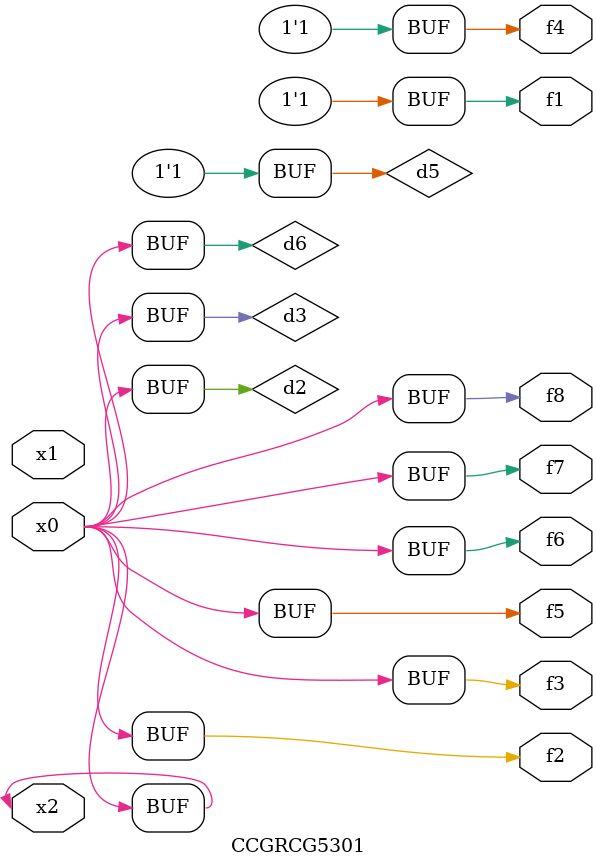
<source format=v>
module CCGRCG5301(
	input x0, x1, x2,
	output f1, f2, f3, f4, f5, f6, f7, f8
);

	wire d1, d2, d3, d4, d5, d6;

	xnor (d1, x2);
	buf (d2, x0, x2);
	and (d3, x0);
	xnor (d4, x1, x2);
	nand (d5, d1, d3);
	buf (d6, d2, d3);
	assign f1 = d5;
	assign f2 = d6;
	assign f3 = d6;
	assign f4 = d5;
	assign f5 = d6;
	assign f6 = d6;
	assign f7 = d6;
	assign f8 = d6;
endmodule

</source>
